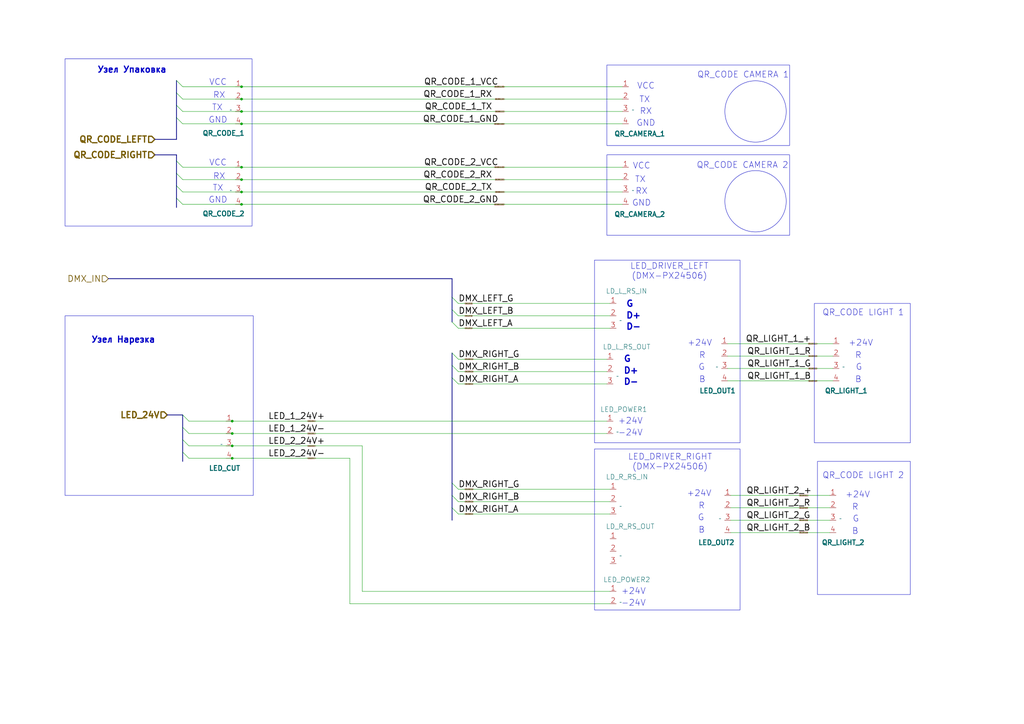
<source format=kicad_sch>
(kicad_sch (version 20250114) (generator "eeschema") (generator_version "9.0")
  (paper "A3")
  (lib_symbols
    (symbol "Connector:Conn_01x02_(wide)"
      (property "Reference" "J" (at 0 0 0))
      (symbol "Conn_01x02_(wide)_1_1"
        (pin input line (at -2.54 -5.08 0) (length 2.54) (name "") (number "1"))
        (pin input line (at -2.54 -10.16 0) (length 2.54) (name "") (number "2"))
      )
    )
    (symbol "Connector:Conn_01x03_(wide)"
      (property "Reference" "J" (at 0 0 0))
      (symbol "Conn_01x03_(wide)_1_1"
        (pin input line (at -2.54 -5.08 0) (length 2.54) (name "") (number "1"))
        (pin input line (at -2.54 -10.16 0) (length 2.54) (name "") (number "2"))
        (pin input line (at -2.54 -15.24 0) (length 2.54) (name "") (number "3"))
      )
    )
    (symbol "Connector:Conn_01x04_(wide)"
      (property "Reference" "J" (at 0 0 0))
      (symbol "Conn_01x04_(wide)_1_1"
        (pin input line (at -2.54 -5.08 0) (length 2.54) (name "") (number "1"))
        (pin input line (at -2.54 -10.16 0) (length 2.54) (name "") (number "2"))
        (pin input line (at -2.54 -15.24 0) (length 2.54) (name "") (number "3"))
        (pin input line (at -2.54 -20.32 0) (length 2.54) (name "") (number "4"))
      )
    )
  )
  (rectangle (start 248.92 63.5) (end 323.85 96.52))
  (rectangle (start 334.01 124.46) (end 373.38 181.61))
  (rectangle (start 248.92 26.67) (end 323.85 59.69))
  (rectangle (start 26.67 129.54) (end 103.886 203.2))
  (rectangle (start 335.28 189.23) (end 373.38 243.84))
  (rectangle (start 243.84 106.68) (end 303.53 181.61))
  (rectangle (start 243.84 184.15) (end 303.53 250.19))
  (rectangle (start 26.67 24.13) (end 103.378 92.71))
  (circle (center 309.88 45.72) (radius 12.5724))
  (circle (center 309.88 82.55) (radius 12.5724))
  (text "QR_CODE LIGHT 2" (at 354.076 195.072 0) (effects (font (size 2.5 2.5))))
  (text "+24V" (at 353.06 140.716 0) (effects (font (size 2.5 2.5))))
  (text "RX" (at 263.144 78.486 0) (effects (font (size 2.5 2.5))))
  (text "+24V" (at 259.842 242.57 0) (effects (font (size 2.5 2.5))))
  (text "RX" (at 89.916 72.39 0) (effects (font (size 2.5 2.5))))
  (text "G" (at 287.528 212.344 0) (effects (font (size 2.5 2.5))))
  (text "Узел Упаковка" (at 54.102 28.702 0) (effects (font (size 2.5 2.5) (thickness 0.5) (bold yes))))
  (text "R" (at 288.036 145.796 0) (effects (font (size 2.5 2.5))))
  (text "QR_CODE CAMERA 1" (at 304.8 30.734 0) (effects (font (size 2.5 2.5))))
  (text "RX" (at 89.916 39.116 0) (effects (font (size 2.5 2.5))))
  (text "D+" (at 259.842 129.54 0) (effects (font (size 2.54 2.54) (thickness 0.508) (bold yes))))
  (text "RX" (at 264.922 45.72 0) (effects (font (size 2.5 2.5))))
  (text "B" (at 350.774 217.932 0) (effects (font (size 2.5 2.5))))
  (text "G" (at 257.302 147.32 0) (effects (font (size 2.54 2.54) (thickness 0.508) (bold yes))))
  (text "B" (at 352.044 155.702 0) (effects (font (size 2.5 2.5))))
  (text "VCC" (at 89.408 33.782 0) (effects (font (size 2.5 2.5))))
  (text "Узел Нарезка" (at 50.546 139.446 0) (effects (font (size 2.5 2.5) (thickness 0.5) (bold yes))))
  (text "G" (at 287.782 150.622 0) (effects (font (size 2.5 2.5))))
  (text "LED_DRIVER_LEFT\n(DMX-PX24506)" (at 274.574 111.252 0) (effects (font (size 2.5 2.5))))
  (text "B" (at 287.782 217.424 0) (effects (font (size 2.5 2.5))))
  (text "TX" (at 262.636 73.66 0) (effects (font (size 2.5 2.5))))
  (text "R" (at 287.782 207.518 0) (effects (font (size 2.5 2.5))))
  (text "+24V" (at 287.02 140.716 0) (effects (font (size 2.5 2.5))))
  (text "D+" (at 258.826 152.146 0) (effects (font (size 2.54 2.54) (thickness 0.508) (bold yes))))
  (text "VCC" (at 89.408 66.802 0) (effects (font (size 2.5 2.5))))
  (text "+24V" (at 351.79 202.946 0) (effects (font (size 2.5 2.5))))
  (text "G" (at 352.298 150.622 0) (effects (font (size 2.5 2.5))))
  (text "B" (at 288.036 155.702 0) (effects (font (size 2.5 2.5))))
  (text "-24V" (at 259.842 247.396 0) (effects (font (size 2.5 2.5))))
  (text "GND" (at 264.922 50.546 0) (effects (font (size 2.5 2.5))))
  (text "TX" (at 264.414 40.894 0) (effects (font (size 2.5 2.5))))
  (text "+24V" (at 258.572 172.72 0) (effects (font (size 2.5 2.5))))
  (text "-24V" (at 258.572 177.546 0) (effects (font (size 2.5 2.5))))
  (text "+24V" (at 286.766 202.438 0) (effects (font (size 2.5 2.5))))
  (text "TX" (at 89.154 44.196 0) (effects (font (size 2.5 2.5))))
  (text "G" (at 258.318 124.714 0) (effects (font (size 2.54 2.54) (thickness 0.508) (bold yes))))
  (text "VCC" (at 264.922 35.306 0) (effects (font (size 2.5 2.5))))
  (text "R" (at 350.774 208.026 0) (effects (font (size 2.5 2.5))))
  (text "QR_CODE LIGHT 1" (at 354.076 128.27 0) (effects (font (size 2.5 2.5))))
  (text "GND" (at 89.408 49.276 0) (effects (font (size 2.5 2.5))))
  (text "G" (at 351.028 212.852 0) (effects (font (size 2.5 2.5))))
  (text "D-" (at 258.826 156.718 0) (effects (font (size 2.54 2.54) (thickness 0.508) (bold yes))))
  (text "D-" (at 259.842 134.112 0) (effects (font (size 2.54 2.54) (thickness 0.508) (bold yes))))
  (text "R" (at 352.044 145.796 0) (effects (font (size 2.5 2.5))))
  (text "VCC" (at 263.144 68.072 0) (effects (font (size 2.5 2.5))))
  (text "GND" (at 263.144 83.312 0) (effects (font (size 2.5 2.5))))
  (text "LED_DRIVER_RIGHT\n(DMX-PX24506)" (at 274.828 189.484 0) (effects (font (size 2.5 2.5))))
  (text "GND" (at 89.408 82.042 0) (effects (font (size 2.5 2.5))))
  (text "QR_CODE CAMERA 2" (at 304.546 67.818 0) (effects (font (size 2.5 2.5))))
  (text "TX" (at 89.408 77.216 0) (effects (font (size 2.5 2.5))))
  (junction (at 99.06 78.74))
  (junction (at 99.06 50.8))
  (junction (at 99.06 40.64))
  (junction (at 95.25 172.72))
  (junction (at 95.25 182.88))
  (junction (at 95.25 177.8))
  (junction (at 99.06 35.56))
  (junction (at 95.25 187.96))
  (junction (at 99.06 68.58))
  (junction (at 99.06 45.72))
  (junction (at 99.06 83.82))
  (junction (at 99.06 73.66))
  (bus_entry (at 185.42 208.28) (size 2.54 2.54))
  (bus_entry (at 74.93 175.26) (size 2.54 2.54))
  (bus_entry (at 72.39 66.04) (size 2.54 2.54))
  (bus_entry (at 185.42 154.94) (size 2.54 2.54))
  (bus_entry (at 74.93 170.18) (size 2.54 2.54))
  (bus_entry (at 74.93 180.34) (size 2.54 2.54))
  (bus_entry (at 185.42 198.12) (size 2.54 2.54))
  (bus_entry (at 72.39 71.12) (size 2.54 2.54))
  (bus_entry (at 72.39 33.02) (size 2.54 2.54))
  (bus_entry (at 72.39 81.28) (size 2.54 2.54))
  (bus_entry (at 74.93 185.42) (size 2.54 2.54))
  (bus_entry (at 185.42 203.2) (size 2.54 2.54))
  (bus_entry (at 72.39 38.1) (size 2.54 2.54))
  (bus_entry (at 72.39 48.26) (size 2.54 2.54))
  (bus_entry (at 185.42 127) (size 2.54 2.54))
  (bus_entry (at 185.42 132.08) (size 2.54 2.54))
  (bus_entry (at 72.39 76.2) (size 2.54 2.54))
  (bus_entry (at 72.39 43.18) (size 2.54 2.54))
  (bus_entry (at 185.42 149.86) (size 2.54 2.54))
  (bus_entry (at 185.42 121.92) (size 2.54 2.54))
  (bus_entry (at 185.42 144.78) (size 2.54 2.54))
  (bus (pts (xy 185.42 213.36) (xy 185.42 208.28)))
  (bus (pts (xy 72.39 33.02) (xy 72.39 38.1)))
  (wire (pts (xy 74.93 45.72) (xy 99.06 45.72)))
  (wire (pts (xy 74.93 83.82) (xy 99.06 83.82)))
  (wire (pts (xy 187.96 147.32) (xy 248.92 147.32)))
  (wire (pts (xy 187.96 157.48) (xy 248.92 157.48)))
  (wire (pts (xy 99.06 83.82) (xy 255.27 83.82)))
  (wire (pts (xy 298.45 146.05) (xy 341.63 146.05)))
  (bus (pts (xy 68.58 170.18) (xy 74.93 170.18)))
  (wire (pts (xy 298.45 156.21) (xy 341.63 156.21)))
  (wire (pts (xy 99.06 78.74) (xy 255.27 78.74)))
  (bus (pts (xy 74.93 175.26) (xy 74.93 180.34)))
  (wire (pts (xy 99.06 68.58) (xy 255.27 68.58)))
  (wire (pts (xy 187.96 152.4) (xy 248.92 152.4)))
  (bus (pts (xy 72.39 76.2) (xy 72.39 81.28)))
  (wire (pts (xy 74.93 50.8) (xy 99.06 50.8)))
  (wire (pts (xy 187.96 129.54) (xy 250.19 129.54)))
  (wire (pts (xy 74.93 73.66) (xy 99.06 73.66)))
  (wire (pts (xy 187.96 134.62) (xy 250.19 134.62)))
  (wire (pts (xy 95.25 172.72) (xy 248.92 172.72)))
  (wire (pts (xy 148.59 182.88) (xy 148.59 242.57)))
  (wire (pts (xy 299.72 208.28) (xy 340.36 208.28)))
  (wire (pts (xy 299.72 203.2) (xy 340.36 203.2)))
  (bus (pts (xy 185.42 114.3) (xy 185.42 121.92)))
  (bus (pts (xy 185.42 154.94) (xy 185.42 198.12)))
  (bus (pts (xy 185.42 203.2) (xy 185.42 208.28)))
  (wire (pts (xy 187.96 200.66) (xy 250.19 200.66)))
  (wire (pts (xy 77.47 187.96) (xy 95.25 187.96)))
  (bus (pts (xy 74.93 170.18) (xy 74.93 175.26)))
  (wire (pts (xy 187.96 124.46) (xy 250.19 124.46)))
  (wire (pts (xy 187.96 210.82) (xy 250.19 210.82)))
  (wire (pts (xy 95.25 177.8) (xy 248.92 177.8)))
  (bus (pts (xy 185.42 149.86) (xy 185.42 154.94)))
  (bus (pts (xy 185.42 144.78) (xy 185.42 149.86)))
  (wire (pts (xy 74.93 35.56) (xy 99.06 35.56)))
  (wire (pts (xy 95.25 187.96) (xy 143.51 187.96)))
  (bus (pts (xy 74.93 180.34) (xy 74.93 185.42)))
  (bus (pts (xy 185.42 121.92) (xy 185.42 127)))
  (bus (pts (xy 72.39 63.5) (xy 72.39 66.04)))
  (wire (pts (xy 74.93 40.64) (xy 99.06 40.64)))
  (wire (pts (xy 299.72 213.36) (xy 340.36 213.36)))
  (wire (pts (xy 298.45 140.97) (xy 341.63 140.97)))
  (wire (pts (xy 99.06 40.64) (xy 255.27 40.64)))
  (bus (pts (xy 44.45 114.3) (xy 185.42 114.3)))
  (bus (pts (xy 72.39 66.04) (xy 72.39 71.12)))
  (bus (pts (xy 74.93 185.42) (xy 74.93 189.23)))
  (bus (pts (xy 72.39 71.12) (xy 72.39 76.2)))
  (bus (pts (xy 185.42 198.12) (xy 185.42 203.2)))
  (bus (pts (xy 72.39 48.26) (xy 72.39 57.15)))
  (wire (pts (xy 299.72 218.44) (xy 340.36 218.44)))
  (wire (pts (xy 74.93 68.58) (xy 99.06 68.58)))
  (wire (pts (xy 74.93 78.74) (xy 99.06 78.74)))
  (wire (pts (xy 187.96 205.74) (xy 250.19 205.74)))
  (bus (pts (xy 72.39 81.28) (xy 72.39 85.09)))
  (bus (pts (xy 72.39 43.18) (xy 72.39 48.26)))
  (bus (pts (xy 63.5 63.5) (xy 72.39 63.5)))
  (wire (pts (xy 99.06 45.72) (xy 255.27 45.72)))
  (bus (pts (xy 185.42 132.08) (xy 185.42 127)))
  (wire (pts (xy 148.59 242.57) (xy 250.19 242.57)))
  (wire (pts (xy 77.47 177.8) (xy 95.25 177.8)))
  (bus (pts (xy 72.39 57.15) (xy 63.5 57.15)))
  (wire (pts (xy 77.47 182.88) (xy 95.25 182.88)))
  (wire (pts (xy 99.06 73.66) (xy 255.27 73.66)))
  (wire (pts (xy 250.19 247.65) (xy 143.51 247.65)))
  (wire (pts (xy 95.25 182.88) (xy 148.59 182.88)))
  (wire (pts (xy 99.06 50.8) (xy 255.27 50.8)))
  (wire (pts (xy 143.51 247.65) (xy 143.51 187.96)))
  (bus (pts (xy 72.39 38.1) (xy 72.39 43.18)))
  (wire (pts (xy 77.47 172.72) (xy 95.25 172.72)))
  (wire (pts (xy 99.06 35.56) (xy 255.27 35.56)))
  (wire (pts (xy 298.45 151.13) (xy 341.63 151.13)))
  (label "QR_CODE_2_VCC" (at 204.47 68.58 180) (effects (font (size 2.5 2.5) (thickness 0.3125))))
  (label "QR_CODE_2_RX" (at 201.93 73.66 180) (effects (font (size 2.5 2.5) (thickness 0.3125))))
  (label "QR_LIGHT_2_+" (at 306.07 203.2 0) (effects (font (size 2.5 2.5) (thickness 0.3125))))
  (label "QR_CODE_2_GND" (at 204.47 83.82 180) (effects (font (size 2.5 2.5) (thickness 0.3125))))
  (label "LED_1_24V+" (at 133.35 172.72 180) (effects (font (size 2.5 2.5) (thickness 0.3125))))
  (label "QR_CODE_1_TX" (at 201.93 45.72 180) (effects (font (size 2.5 2.5) (thickness 0.3125))))
  (label "DMX_RIGHT_A" (at 187.96 157.48 0) (effects (font (size 2.5 2.5) (thickness 0.3125))))
  (label "QR_LIGHT_2_B" (at 306.07 218.44 0) (effects (font (size 2.5 2.5) (thickness 0.3125))))
  (label "DMX_RIGHT_B" (at 187.96 205.74 0) (effects (font (size 2.5 2.5) (thickness 0.3125))))
  (label "QR_LIGHT_2_R" (at 306.07 208.28 0) (effects (font (size 2.5 2.5) (thickness 0.3125))))
  (label "LED_1_24V-" (at 133.35 177.8 180) (effects (font (size 2.5 2.5) (thickness 0.3125))))
  (label "DMX_RIGHT_G" (at 187.96 200.66 0) (effects (font (size 2.5 2.5) (thickness 0.3125))))
  (label "QR_CODE_1_GND" (at 204.47 50.8 180) (effects (font (size 2.5 2.5) (thickness 0.3125))))
  (label "QR_LIGHT_2_G" (at 306.07 213.36 0) (effects (font (size 2.5 2.5) (thickness 0.3125))))
  (label "LED_2_24V+" (at 133.35 182.88 180) (effects (font (size 2.5 2.5) (thickness 0.3125))))
  (label "DMX_RIGHT_G" (at 187.96 147.32 0) (effects (font (size 2.5 2.5) (thickness 0.3125))))
  (label "QR_LIGHT_1_G" (at 332.74 151.13 180) (effects (font (size 2.5 2.5) (thickness 0.3125))))
  (label "QR_CODE_1_RX" (at 201.93 40.64 180) (effects (font (size 2.5 2.5) (thickness 0.3125))))
  (label "DMX_LEFT_A" (at 187.96 134.62 0) (effects (font (size 2.5 2.5) (thickness 0.3125))))
  (label "DMX_LEFT_G" (at 187.96 124.46 0) (effects (font (size 2.5 2.5) (thickness 0.3125))))
  (label "QR_LIGHT_1_+" (at 332.74 140.97 180) (effects (font (size 2.5 2.5) (thickness 0.3125))))
  (label "DMX_RIGHT_B" (at 187.96 152.4 0) (effects (font (size 2.5 2.5) (thickness 0.3125))))
  (label "QR_CODE_2_TX" (at 201.93 78.74 180) (effects (font (size 2.5 2.5) (thickness 0.3125))))
  (label "DMX_LEFT_B" (at 187.96 129.54 0) (effects (font (size 2.5 2.5) (thickness 0.3125))))
  (label "QR_LIGHT_1_R" (at 332.74 146.05 180) (effects (font (size 2.5 2.5) (thickness 0.3125))))
  (label "QR_LIGHT_1_B" (at 332.74 156.21 180) (effects (font (size 2.5 2.5) (thickness 0.3125))))
  (label "QR_CODE_1_VCC" (at 204.47 35.56 180) (effects (font (size 2.5 2.5) (thickness 0.3125))))
  (label "LED_2_24V-" (at 133.35 187.96 180) (effects (font (size 2.5 2.5) (thickness 0.3125))))
  (label "DMX_RIGHT_A" (at 187.96 210.82 0) (effects (font (size 2.5 2.5) (thickness 0.3125))))
  (global_label "QR_CODE_1_RX" (shape input) (at 207.01 40.64 180) (effects (font (size 0.3 0.3))) (property "Intersheetrefs" "${INTERSHEET_REFS}" (effects (hide yes))))
  (global_label "LED_2_24V-" (shape input) (at 129.54 187.96 180) (effects (font (size 0.3 0.3))) (property "Intersheetrefs" "${INTERSHEET_REFS}" (effects (hide yes))))
  (global_label "DMX_RIGHT_A" (shape input) (at 190.5 210.82 0) (effects (font (size 0.3 0.3))) (property "Intersheetrefs" "${INTERSHEET_REFS}" (effects (hide yes))))
  (global_label "QR_CODE_2_GND" (shape input) (at 207.01 83.82 180) (effects (font (size 0.3 0.3))) (property "Intersheetrefs" "${INTERSHEET_REFS}" (effects (hide yes))))
  (global_label "QR_LIGHT_1_R" (shape input) (at 335.28 146.05 180) (effects (font (size 0.3 0.3))) (property "Intersheetrefs" "${INTERSHEET_REFS}" (effects (hide yes))))
  (global_label "QR_LIGHT_2_+" (shape input) (at 327.66 203.2 0) (effects (font (size 0.3 0.3))) (property "Intersheetrefs" "${INTERSHEET_REFS}" (effects (hide yes))))
  (global_label "LED_1_24V+" (shape input) (at 129.54 172.72 180) (effects (font (size 0.3 0.3))) (property "Intersheetrefs" "${INTERSHEET_REFS}" (effects (hide yes))))
  (global_label "QR_LIGHT_2_G" (shape input) (at 327.66 213.36 0) (effects (font (size 0.3 0.3))) (property "Intersheetrefs" "${INTERSHEET_REFS}" (effects (hide yes))))
  (global_label "DMX_LEFT_G" (shape input) (at 190.5 124.46 0) (effects (font (size 0.3 0.3))) (property "Intersheetrefs" "${INTERSHEET_REFS}" (effects (hide yes))))
  (global_label "DMX_LEFT_B" (shape input) (at 190.5 129.54 0) (effects (font (size 0.3 0.3))) (property "Intersheetrefs" "${INTERSHEET_REFS}" (effects (hide yes))))
  (global_label "DMX_RIGHT_B" (shape input) (at 190.5 152.4 0) (effects (font (size 0.3 0.3))) (property "Intersheetrefs" "${INTERSHEET_REFS}" (effects (hide yes))))
  (global_label "DMX_RIGHT_G" (shape input) (at 190.5 200.66 0) (effects (font (size 0.3 0.3))) (property "Intersheetrefs" "${INTERSHEET_REFS}" (effects (hide yes))))
  (global_label "QR_LIGHT_1_G" (shape input) (at 335.28 151.13 180) (effects (font (size 0.3 0.3))) (property "Intersheetrefs" "${INTERSHEET_REFS}" (effects (hide yes))))
  (global_label "DMX_LEFT_A" (shape input) (at 190.5 134.62 0) (effects (font (size 0.3 0.3))) (property "Intersheetrefs" "${INTERSHEET_REFS}" (effects (hide yes))))
  (global_label "QR_LIGHT_2_B" (shape input) (at 327.66 218.44 0) (effects (font (size 0.3 0.3))) (property "Intersheetrefs" "${INTERSHEET_REFS}" (effects (hide yes))))
  (global_label "LED_2_24V+" (shape input) (at 129.54 182.88 180) (effects (font (size 0.3 0.3))) (property "Intersheetrefs" "${INTERSHEET_REFS}" (effects (hide yes))))
  (global_label "DMX_RIGHT_B" (shape input) (at 190.5 205.74 0) (effects (font (size 0.3 0.3))) (property "Intersheetrefs" "${INTERSHEET_REFS}" (effects (hide yes))))
  (global_label "DMX_RIGHT_A" (shape input) (at 190.5 157.48 0) (effects (font (size 0.3 0.3))) (property "Intersheetrefs" "${INTERSHEET_REFS}" (effects (hide yes))))
  (global_label "QR_LIGHT_1_B" (shape input) (at 335.28 156.21 180) (effects (font (size 0.3 0.3))) (property "Intersheetrefs" "${INTERSHEET_REFS}" (effects (hide yes))))
  (global_label "QR_CODE_1_TX" (shape input) (at 207.01 45.72 180) (effects (font (size 0.3 0.3))) (property "Intersheetrefs" "${INTERSHEET_REFS}" (effects (hide yes))))
  (global_label "QR_CODE_1_VCC" (shape input) (at 207.01 35.56 180) (effects (font (size 0.3 0.3))) (property "Intersheetrefs" "${INTERSHEET_REFS}" (effects (hide yes))))
  (global_label "LED_1_24V-" (shape input) (at 129.54 177.8 180) (effects (font (size 0.3 0.3))) (property "Intersheetrefs" "${INTERSHEET_REFS}" (effects (hide yes))))
  (global_label "QR_CODE_2_TX" (shape input) (at 207.01 78.74 180) (effects (font (size 0.3 0.3))) (property "Intersheetrefs" "${INTERSHEET_REFS}" (effects (hide yes))))
  (global_label "QR_CODE_2_VCC" (shape input) (at 207.01 68.58 180) (effects (font (size 0.3 0.3))) (property "Intersheetrefs" "${INTERSHEET_REFS}" (effects (hide yes))))
  (global_label "DMX_RIGHT_G" (shape input) (at 190.5 147.32 0) (effects (font (size 0.3 0.3))) (property "Intersheetrefs" "${INTERSHEET_REFS}" (effects (hide yes))))
  (global_label "QR_CODE_1_GND" (shape input) (at 207.01 50.8 180) (effects (font (size 0.3 0.3))) (property "Intersheetrefs" "${INTERSHEET_REFS}" (effects (hide yes))))
  (global_label "QR_LIGHT_2_R" (shape input) (at 327.66 208.28 0) (effects (font (size 0.3 0.3))) (property "Intersheetrefs" "${INTERSHEET_REFS}" (effects (hide yes))))
  (global_label "QR_LIGHT_1_+" (shape input) (at 335.28 140.97 180) (effects (font (size 0.3 0.3))) (property "Intersheetrefs" "${INTERSHEET_REFS}" (effects (hide yes))))
  (global_label "QR_CODE_2_RX" (shape input) (at 207.01 73.66 180) (effects (font (size 0.3 0.3))) (property "Intersheetrefs" "${INTERSHEET_REFS}" (effects (hide yes))))
  (hierarchical_label "QR_CODE_LEFT" (shape input) (at 63.5 57.15 180) (effects (font (size 2.54 2.54) (thickness 0.508) (bold yes))))
  (hierarchical_label "DMX_IN" (shape input) (at 44.45 114.3 180) (effects (font (size 2.54 2.54) (thickness 0.254) (bold yes))))
  (hierarchical_label "QR_CODE_RIGHT" (shape input) (at 63.5 63.5 180) (effects (font (size 2.54 2.54) (thickness 0.508) (bold yes))))
  (hierarchical_label "LED_24V" (shape input) (at 68.58 170.18 180) (effects (font (size 2.54 2.54) (thickness 0.508) (bold yes))))
  (symbol (lib_id "Connector:Conn_01x03_(wide)") (at 252.73 215.9 0) (unit 1)
    (property "Reference" "LD_R_RS_OUT" (at 248.412 215.9 0) (effects (font (size 2 2)) (justify left)))
    (property "Value" "~" (at 254 227.965 0) (effects (justify left)))
  )
  (symbol (lib_id "Connector:Conn_01x02_(wide)") (at 251.46 167.64 0) (unit 1)
    (property "Reference" "LED_POWER1" (at 246.126 167.894 0) (effects (font (size 2 2)) (justify left)))
    (property "Value" "~" (at 252.73 177.165 0) (effects (justify left)))
  )
  (symbol (lib_id "Connector:Conn_01x04_(wide)") (at 96.52 30.48 0) (mirror y) (unit 1)
    (property "Reference" "QR_CODE_1" (at 100.584 54.61 0) (effects (font (size 2 2) (thickness 0.4) (bold yes)) (justify left)))
    (property "Value" "~" (at 95.25 45.085 0) (effects (justify left)))
  )
  (symbol (lib_id "Connector:Conn_01x02_(wide)") (at 252.73 237.49 0) (unit 1)
    (property "Reference" "LED_POWER2" (at 247.396 237.744 0) (effects (font (size 2 2)) (justify left)))
    (property "Value" "~" (at 254 247.015 0) (effects (justify left)))
  )
  (symbol (lib_id "Connector:Conn_01x03_(wide)") (at 252.73 119.38 0) (unit 1)
    (property "Reference" "LD_L_RS_IN" (at 248.412 119.38 0) (effects (font (size 2 2)) (justify left)))
    (property "Value" "~" (at 254 131.445 0) (effects (justify left)))
  )
  (symbol (lib_id "Connector:Conn_01x04_(wide)") (at 297.18 198.12 0) (mirror y) (unit 1)
    (property "Reference" "LED_OUT2" (at 301.498 222.504 0) (effects (font (size 2 2) (thickness 0.4) (bold yes)) (justify left)))
    (property "Value" "~" (at 295.91 212.725 0) (effects (justify left)))
  )
  (symbol (lib_id "Connector:Conn_01x04_(wide)") (at 342.9 198.12 0) (unit 1)
    (property "Reference" "QR_LIGHT_2" (at 336.804 222.504 0) (effects (font (size 2 2) (thickness 0.4) (bold yes)) (justify left)))
    (property "Value" "~" (at 344.17 212.725 0) (effects (justify left)))
  )
  (symbol (lib_id "Connector:Conn_01x03_(wide)") (at 252.73 195.58 0) (unit 1)
    (property "Reference" "LD_R_RS_IN" (at 248.412 195.58 0) (effects (font (size 2 2)) (justify left)))
    (property "Value" "~" (at 254 207.645 0) (effects (justify left)))
  )
  (symbol (lib_id "Connector:Conn_01x04_(wide)") (at 96.52 63.5 0) (mirror y) (unit 1)
    (property "Reference" "QR_CODE_2" (at 100.584 87.63 0) (effects (font (size 2 2) (thickness 0.4) (bold yes)) (justify left)))
    (property "Value" "~" (at 95.25 78.105 0) (effects (justify left)))
  )
  (symbol (lib_id "Connector:Conn_01x04_(wide)") (at 295.91 135.89 0) (mirror y) (unit 1)
    (property "Reference" "LED_OUT1" (at 302.006 160.274 0) (effects (font (size 2 2) (thickness 0.4) (bold yes)) (justify left)))
    (property "Value" "~" (at 294.64 150.495 0) (effects (justify left)))
  )
  (symbol (lib_id "Connector:Conn_01x04_(wide)") (at 257.81 63.5 0) (unit 1)
    (property "Reference" "QR_CAMERA_2" (at 251.714 87.884 0) (effects (font (size 2 2) (thickness 0.4) (bold yes)) (justify left)))
    (property "Value" "~" (at 259.08 78.105 0) (effects (justify left)))
  )
  (symbol (lib_id "Connector:Conn_01x04_(wide)") (at 257.81 30.48 0) (unit 1)
    (property "Reference" "QR_CAMERA_1" (at 251.714 54.864 0) (effects (font (size 2 2) (thickness 0.4) (bold yes)) (justify left)))
    (property "Value" "~" (at 259.08 45.085 0) (effects (justify left)))
  )
  (symbol (lib_id "Connector:Conn_01x03_(wide)") (at 251.46 142.24 0) (unit 1)
    (property "Reference" "LD_L_RS_OUT" (at 247.142 142.24 0) (effects (font (size 2 2)) (justify left)))
    (property "Value" "~" (at 252.73 154.305 0) (effects (justify left)))
  )
  (symbol (lib_id "Connector:Conn_01x04_(wide)") (at 92.71 167.64 0) (mirror y) (unit 1)
    (property "Reference" "LED_CUT" (at 98.806 192.024 0) (effects (font (size 2 2) (thickness 0.4) (bold yes)) (justify left)))
    (property "Value" "~" (at 91.44 182.245 0) (effects (justify left)))
  )
  (symbol (lib_id "Connector:Conn_01x04_(wide)") (at 344.17 135.89 0) (unit 1)
    (property "Reference" "QR_LIGHT_1" (at 338.074 160.274 0) (effects (font (size 2 2) (thickness 0.4) (bold yes)) (justify left)))
    (property "Value" "~" (at 345.44 150.495 0) (effects (justify left)))
  )
)
</source>
